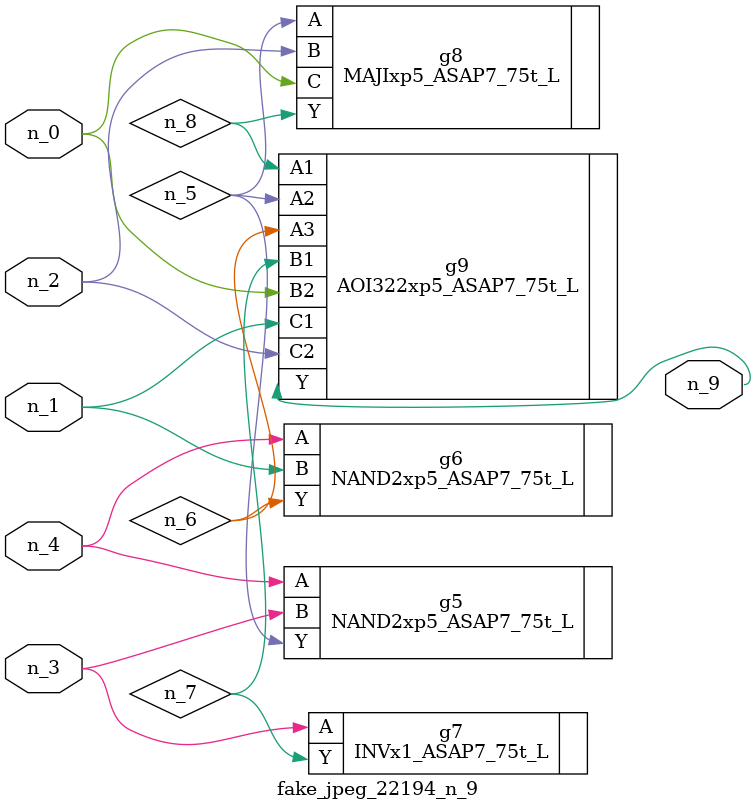
<source format=v>
module fake_jpeg_22194_n_9 (n_3, n_2, n_1, n_0, n_4, n_9);

input n_3;
input n_2;
input n_1;
input n_0;
input n_4;

output n_9;

wire n_8;
wire n_6;
wire n_5;
wire n_7;

NAND2xp5_ASAP7_75t_L g5 ( 
.A(n_4),
.B(n_3),
.Y(n_5)
);

NAND2xp5_ASAP7_75t_L g6 ( 
.A(n_4),
.B(n_1),
.Y(n_6)
);

INVx1_ASAP7_75t_L g7 ( 
.A(n_3),
.Y(n_7)
);

MAJIxp5_ASAP7_75t_L g8 ( 
.A(n_5),
.B(n_2),
.C(n_0),
.Y(n_8)
);

AOI322xp5_ASAP7_75t_L g9 ( 
.A1(n_8),
.A2(n_5),
.A3(n_6),
.B1(n_7),
.B2(n_0),
.C1(n_1),
.C2(n_2),
.Y(n_9)
);


endmodule
</source>
